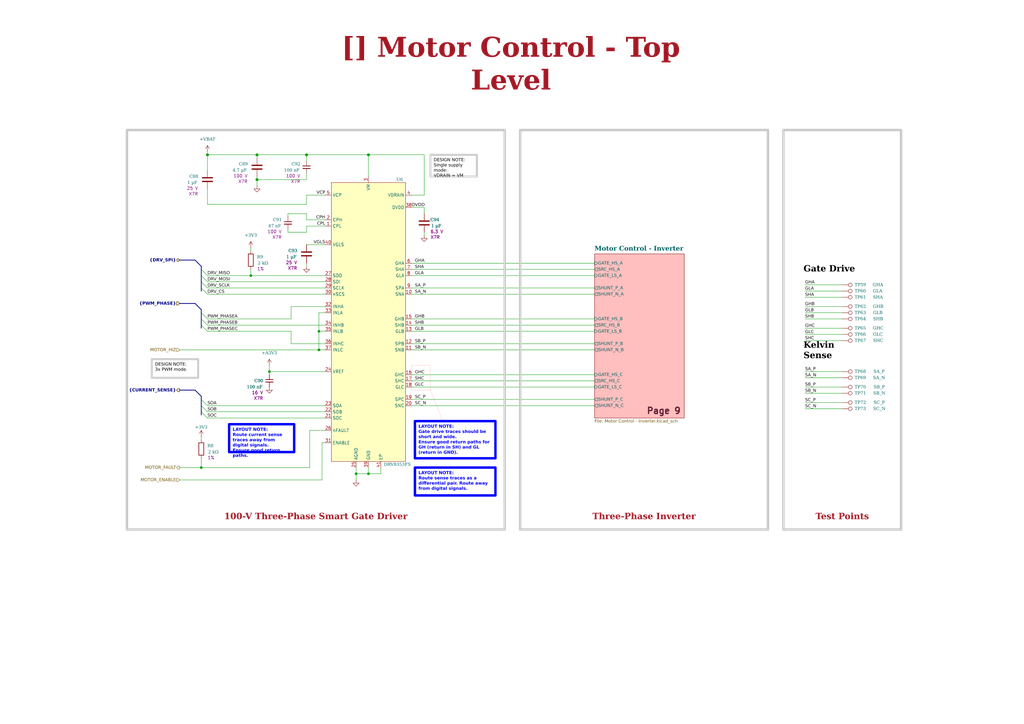
<source format=kicad_sch>
(kicad_sch (version 20231120) (generator "eeschema") (generator_version "8.0")
  (paper "A3")
  (title_block (title "Motor Control - Top Level") (date "2023-12-20") (rev "${REVISION}") (company "${COMPANY}"))
  (lib_symbols
    (symbol "0_motor_driver:DRV8353FS"
      (property "Reference" "U" (at -13.97 86.36 0))
      (property "Value" "DRV8353FS" (at 7.62 0 0))
      (symbol "DRV8353FS_1_1"
        (rectangle (start -15.24 95.25) (end 15.24 -19.05) (fill (type background)))
        (pin passive line (at -17.78 77.47 0) (length 2.54) (name "CPL") (number "1"))
        (pin input line (at 17.78 49.53 180) (length 2.54) (name "SNA") (number "10"))
        (pin input line (at 17.78 26.67 180) (length 2.54) (name "SNB") (number "11"))
        (pin input line (at 17.78 29.21 180) (length 2.54) (name "SPB") (number "12"))
        (pin output line (at 17.78 34.29 180) (length 2.54) (name "GLB") (number "13"))
        (pin input line (at 17.78 36.83 180) (length 2.54) (name "SHB") (number "14"))
        (pin output line (at 17.78 39.37 180) (length 2.54) (name "GHB") (number "15"))
        (pin output line (at 17.78 16.51 180) (length 2.54) (name "GHC") (number "16"))
        (pin input line (at 17.78 13.97 180) (length 2.54) (name "SHC") (number "17"))
        (pin output line (at 17.78 11.43 180) (length 2.54) (name "GLC") (number "18"))
        (pin input line (at 17.78 6.35 180) (length 2.54) (name "SPC") (number "19"))
        (pin passive line (at -17.78 80.01 0) (length 2.54) (name "CPH") (number "2"))
        (pin input line (at 17.78 3.81 180) (length 2.54) (name "SNC") (number "20"))
        (pin output line (at -17.78 -1.27 0) (length 2.54) (name "SOC") (number "21"))
        (pin output line (at -17.78 1.27 0) (length 2.54) (name "SOB") (number "22"))
        (pin output line (at -17.78 3.81 0) (length 2.54) (name "SOA") (number "23"))
        (pin power_in line (at -17.78 17.78 0) (length 2.54) (name "VREF") (number "24"))
        (pin power_in line (at -5.08 -21.59 90) (length 2.54) (name "AGND") (number "25"))
        (pin open_collector line (at -17.78 -6.35 0) (length 2.54) (name "nFAULT") (number "26"))
        (pin open_collector line (at -17.78 57.15 0) (length 2.54) (name "SDO") (number "27"))
        (pin input line (at -17.78 54.61 0) (length 2.54) (name "SDI") (number "28"))
        (pin input line (at -17.78 52.07 0) (length 2.54) (name "SCLK") (number "29"))
        (pin power_in line (at 0 97.79 270) (length 2.54) (name "VM") (number "3"))
        (pin input line (at -17.78 49.53 0) (length 2.54) (name "nSCS") (number "30"))
        (pin input line (at -17.78 -11.43 0) (length 2.54) (name "ENABLE") (number "31"))
        (pin input line (at -17.78 44.45 0) (length 2.54) (name "INHA") (number "32"))
        (pin input line (at -17.78 41.91 0) (length 2.54) (name "INLA") (number "33"))
        (pin input line (at -17.78 36.83 0) (length 2.54) (name "INHB") (number "34"))
        (pin input line (at -17.78 34.29 0) (length 2.54) (name "INLB") (number "35"))
        (pin input line (at -17.78 29.21 0) (length 2.54) (name "INHC") (number "36"))
        (pin input line (at -17.78 26.67 0) (length 2.54) (name "INLC") (number "37"))
        (pin power_out line (at 17.78 85.09 180) (length 2.54) (name "DVDD") (number "38"))
        (pin power_in line (at 0 -21.59 90) (length 2.54) (name "GND") (number "39"))
        (pin input line (at 17.78 90.17 180) (length 2.54) (name "VDRAIN") (number "4"))
        (pin passive line (at -17.78 69.85 0) (length 2.54) (name "VGLS") (number "40"))
        (pin passive line (at 5.08 -21.59 90) (length 2.54) (name "EP") (number "41"))
        (pin passive line (at -17.78 90.17 0) (length 2.54) (name "VCP") (number "5"))
        (pin output line (at 17.78 62.23 180) (length 2.54) (name "GHA") (number "6"))
        (pin input line (at 17.78 59.69 180) (length 2.54) (name "SHA") (number "7"))
        (pin output line (at 17.78 57.15 180) (length 2.54) (name "GLA") (number "8"))
        (pin input line (at 17.78 52.07 180) (length 2.54) (name "SPA") (number "9"))
      )
    )
    (symbol "0_power_symbols:+A3V3" (power) (pin_names (offset 0))
      (property "Value" "+A3V3" (at 0 3.556 0))
      (symbol "+A3V3_0_1"
        (polyline (pts (xy -0.762 1.27) (xy 0 2.54)))
        (polyline (pts (xy 0 0) (xy 0 2.54)))
        (polyline (pts (xy 0 2.54) (xy 0.762 1.27)))
      )
      (symbol "+A3V3_1_1"
        (pin power_in line (at 0 0 90) (length 0) hide (name "+A3V3") (number "1"))
      )
    )
    (symbol "0_power_symbols:+VBAT" (power) (pin_names (offset 0))
      (property "Value" "+VBAT" (at 0 3.556 0))
      (symbol "+VBAT_0_1"
        (polyline (pts (xy -0.762 1.27) (xy 0 2.54)))
        (polyline (pts (xy 0 0) (xy 0 2.54)))
        (polyline (pts (xy 0 2.54) (xy 0.762 1.27)))
      )
      (symbol "+VBAT_1_1"
        (pin power_in line (at 0 0 90) (length 0) hide (name "+VBAT") (number "1"))
      )
    )
    (symbol "Connector:TestPoint" (pin_numbers hide) (pin_names (offset 0.762) hide)
      (property "Reference" "TP" (at 0 6.858 0))
      (property "Value" "TestPoint" (at 0 5.08 0))
      (symbol "TestPoint_0_1"
        (circle (center 0 3.302) (radius 0.762))
      )
      (symbol "TestPoint_1_1"
        (pin passive line (at 0 0 90) (length 2.54) (name "1") (number "1"))
      )
    )
    (symbol "Device:C" (pin_numbers hide) (pin_names (offset 0.254))
      (property "Reference" "C" (at 0.635 2.54 0))
      (property "Value" "C" (at 0.635 -2.54 0))
      (symbol "C_0_1"
        (polyline (pts (xy -2.032 -0.762) (xy 2.032 -0.762)) (stroke (width 0.508)))
        (polyline (pts (xy -2.032 0.762) (xy 2.032 0.762)) (stroke (width 0.508)))
      )
      (symbol "C_1_1"
        (pin passive line (at 0 3.81 270) (length 2.794) (name "~") (number "1"))
        (pin passive line (at 0 -3.81 90) (length 2.794) (name "~") (number "2"))
      )
    )
    (symbol "Device:C_Small" (pin_numbers hide) (pin_names (offset 0.254) hide)
      (property "Reference" "C" (at 0.254 1.778 0))
      (property "Value" "C_Small" (at 0.254 -2.032 0))
      (symbol "C_Small_0_1"
        (polyline (pts (xy -1.524 -0.508) (xy 1.524 -0.508)) (stroke (width 0.3302)))
        (polyline (pts (xy -1.524 0.508) (xy 1.524 0.508)) (stroke (width 0.3048)))
      )
      (symbol "C_Small_1_1"
        (pin passive line (at 0 2.54 270) (length 2.032) (name "~") (number "1"))
        (pin passive line (at 0 -2.54 90) (length 2.032) (name "~") (number "2"))
      )
    )
    (symbol "Device:R" (pin_numbers hide) (pin_names (offset 0))
      (property "Reference" "R" (at 2.032 0 90))
      (property "Value" "R" (at 0 0 90))
      (symbol "R_0_1"
        (rectangle (start -1.016 -2.54) (end 1.016 2.54) (stroke (width 0.254)))
      )
      (symbol "R_1_1"
        (pin passive line (at 0 3.81 270) (length 1.27) (name "~") (number "1"))
        (pin passive line (at 0 -3.81 90) (length 1.27) (name "~") (number "2"))
      )
    )
    (symbol "power:+3V3" (power) (pin_names (offset 0))
      (property "Value" "+3V3" (at 0 3.556 0))
      (symbol "+3V3_0_1"
        (polyline (pts (xy -0.762 1.27) (xy 0 2.54)))
        (polyline (pts (xy 0 0) (xy 0 2.54)))
        (polyline (pts (xy 0 2.54) (xy 0.762 1.27)))
      )
      (symbol "+3V3_1_1"
        (pin power_in line (at 0 0 90) (length 0) hide (name "+3V3") (number "1"))
      )
    )
    (symbol "power:GND" (power) (pin_names (offset 0))
      (property "Value" "GND" (at 0 -3.81 0))
      (symbol "GND_0_1"
        (polyline (pts (xy 0 0) (xy 0 -1.27) (xy 1.27 -1.27) (xy 0 -2.54) (xy -1.27 -1.27) (xy 0 -1.27)))
      )
      (symbol "GND_1_1"
        (pin power_in line (at 0 0 270) (length 0) hide (name "GND") (number "1"))
      )
    )
  )
  (junction (at 105.41 73.66) (diameter 1.016))
  (junction (at 125.73 63.5) (diameter 1.016))
  (junction (at 105.41 63.5) (diameter 1.016))
  (junction (at 151.13 194.31))
  (junction (at 85.09 63.5) (diameter 1.016))
  (junction (at 151.13 63.5) (diameter 1.016))
  (junction (at 102.87 113.03))
  (junction (at 146.05 194.31))
  (junction (at 110.49 152.4))
  (junction (at 130.81 135.89))
  (junction (at 82.55 191.77))
  (junction (at 130.81 143.51))
  (bus_entry (at 85.09 118.11) (size -2.54 -2.54))
  (bus_entry (at 85.09 171.45) (size -2.54 -2.54))
  (bus_entry (at 85.09 135.89) (size -2.54 -2.54))
  (bus_entry (at 85.09 166.37) (size -2.54 -2.54))
  (bus_entry (at 85.09 120.65) (size -2.54 -2.54))
  (bus_entry (at 85.09 168.91) (size -2.54 -2.54))
  (bus_entry (at 85.09 115.57) (size -2.54 -2.54))
  (bus_entry (at 85.09 113.03) (size -2.54 -2.54))
  (bus_entry (at 85.09 133.35) (size -2.54 -2.54))
  (bus_entry (at 85.09 130.81) (size -2.54 -2.54))
  (wire (pts (xy 168.91 140.97) (xy 243.84 140.97)))
  (wire (pts (xy 118.11 87.63) (xy 125.73 87.63)))
  (bus (pts (xy 82.55 113.03) (xy 82.55 115.57)))
  (wire (pts (xy 151.13 63.5) (xy 173.99 63.5)))
  (wire (pts (xy 132.08 181.61) (xy 133.35 181.61)))
  (wire (pts (xy 85.09 166.37) (xy 133.35 166.37)))
  (wire (pts (xy 102.87 110.49) (xy 102.87 113.03)))
  (wire (pts (xy 85.09 133.35) (xy 133.35 133.35)))
  (wire (pts (xy 118.11 95.25) (xy 125.73 95.25)))
  (bus (pts (xy 80.01 106.68) (xy 73.66 106.68)))
  (wire (pts (xy 173.99 85.09) (xy 168.91 85.09)))
  (wire (pts (xy 85.09 135.89) (xy 119.38 135.89)))
  (wire (pts (xy 146.05 196.85) (xy 146.05 194.31)))
  (wire (pts (xy 146.05 194.31) (xy 151.13 194.31)))
  (bus (pts (xy 82.55 162.56) (xy 80.01 160.02)))
  (bus (pts (xy 82.55 133.35) (xy 82.55 134.62)))
  (wire (pts (xy 125.73 100.33) (xy 133.35 100.33)))
  (wire (pts (xy 173.99 95.25) (xy 173.99 96.52)))
  (wire (pts (xy 85.09 83.82) (xy 125.73 83.82)))
  (wire (pts (xy 330.2 130.81) (xy 345.44 130.81)))
  (wire (pts (xy 151.13 63.5) (xy 151.13 72.39)))
  (wire (pts (xy 110.49 152.4) (xy 110.49 153.67)))
  (wire (pts (xy 330.2 134.62) (xy 345.44 134.62)))
  (bus (pts (xy 82.55 127) (xy 80.01 124.46)))
  (bus (pts (xy 82.55 162.56) (xy 82.55 163.83)))
  (wire (pts (xy 133.35 140.97) (xy 119.38 140.97)))
  (wire (pts (xy 82.55 191.77) (xy 127 191.77)))
  (wire (pts (xy 330.2 125.73) (xy 345.44 125.73)))
  (bus (pts (xy 82.55 115.57) (xy 82.55 118.11)))
  (wire (pts (xy 125.73 95.25) (xy 125.73 92.71)))
  (bus (pts (xy 82.55 128.27) (xy 82.55 130.81)))
  (wire (pts (xy 168.91 133.35) (xy 243.84 133.35)))
  (wire (pts (xy 330.2 116.84) (xy 345.44 116.84)))
  (bus (pts (xy 82.55 110.49) (xy 82.55 113.03)))
  (wire (pts (xy 133.35 128.27) (xy 130.81 128.27)))
  (wire (pts (xy 330.2 119.38) (xy 345.44 119.38)))
  (wire (pts (xy 73.66 191.77) (xy 82.55 191.77)))
  (wire (pts (xy 168.91 120.65) (xy 243.84 120.65)))
  (wire (pts (xy 168.91 153.67) (xy 243.84 153.67)))
  (bus (pts (xy 82.55 118.11) (xy 82.55 119.38)))
  (wire (pts (xy 82.55 179.07) (xy 82.55 180.34)))
  (wire (pts (xy 130.81 143.51) (xy 133.35 143.51)))
  (wire (pts (xy 146.05 191.77) (xy 146.05 194.31)))
  (wire (pts (xy 82.55 187.96) (xy 82.55 191.77)))
  (wire (pts (xy 105.41 63.5) (xy 105.41 64.77)))
  (wire (pts (xy 132.08 196.85) (xy 132.08 181.61)))
  (wire (pts (xy 102.87 101.6) (xy 102.87 102.87)))
  (wire (pts (xy 125.73 80.01) (xy 133.35 80.01)))
  (wire (pts (xy 330.2 158.75) (xy 345.44 158.75)))
  (wire (pts (xy 125.73 73.66) (xy 125.73 71.12)))
  (wire (pts (xy 168.91 113.03) (xy 243.84 113.03)))
  (wire (pts (xy 125.73 83.82) (xy 125.73 80.01)))
  (wire (pts (xy 85.09 63.5) (xy 85.09 69.85)))
  (wire (pts (xy 168.91 130.81) (xy 243.84 130.81)))
  (wire (pts (xy 85.09 113.03) (xy 102.87 113.03)))
  (wire (pts (xy 119.38 140.97) (xy 119.38 135.89)))
  (wire (pts (xy 73.66 196.85) (xy 132.08 196.85)))
  (wire (pts (xy 330.2 121.92) (xy 345.44 121.92)))
  (wire (pts (xy 105.41 63.5) (xy 125.73 63.5)))
  (wire (pts (xy 73.66 143.51) (xy 130.81 143.51)))
  (wire (pts (xy 330.2 154.94) (xy 345.44 154.94)))
  (wire (pts (xy 85.09 171.45) (xy 133.35 171.45)))
  (wire (pts (xy 156.21 194.31) (xy 156.21 191.77)))
  (wire (pts (xy 151.13 194.31) (xy 151.13 191.77)))
  (wire (pts (xy 168.91 156.21) (xy 243.84 156.21)))
  (wire (pts (xy 85.09 62.23) (xy 85.09 63.5)))
  (wire (pts (xy 130.81 135.89) (xy 130.81 143.51)))
  (wire (pts (xy 168.91 107.95) (xy 243.84 107.95)))
  (wire (pts (xy 85.09 77.47) (xy 85.09 83.82)))
  (wire (pts (xy 168.91 166.37) (xy 243.84 166.37)))
  (wire (pts (xy 168.91 80.01) (xy 173.99 80.01)))
  (wire (pts (xy 130.81 128.27) (xy 130.81 135.89)))
  (wire (pts (xy 85.09 168.91) (xy 133.35 168.91)))
  (wire (pts (xy 168.91 110.49) (xy 243.84 110.49)))
  (wire (pts (xy 105.41 73.66) (xy 105.41 72.39)))
  (wire (pts (xy 85.09 120.65) (xy 133.35 120.65)))
  (bus (pts (xy 82.55 109.22) (xy 82.55 110.49)))
  (wire (pts (xy 330.2 137.16) (xy 345.44 137.16)))
  (wire (pts (xy 127 176.53) (xy 133.35 176.53)))
  (wire (pts (xy 119.38 125.73) (xy 133.35 125.73)))
  (bus (pts (xy 82.55 130.81) (xy 82.55 133.35)))
  (polyline (pts (xy 176.53 160.02) (xy 181.61 172.72)) (stroke (width 0) (type dot) (color 255 0 0 1)))
  (wire (pts (xy 110.49 152.4) (xy 133.35 152.4)))
  (wire (pts (xy 330.2 128.27) (xy 345.44 128.27)))
  (bus (pts (xy 82.55 109.22) (xy 80.01 106.68)))
  (wire (pts (xy 330.2 152.4) (xy 345.44 152.4)))
  (bus (pts (xy 80.01 160.02) (xy 73.66 160.02)))
  (wire (pts (xy 151.13 194.31) (xy 156.21 194.31)))
  (bus (pts (xy 82.55 166.37) (xy 82.55 168.91)))
  (wire (pts (xy 130.81 135.89) (xy 133.35 135.89)))
  (wire (pts (xy 168.91 158.75) (xy 243.84 158.75)))
  (wire (pts (xy 330.2 139.7) (xy 345.44 139.7)))
  (wire (pts (xy 105.41 73.66) (xy 105.41 76.2)))
  (wire (pts (xy 127 191.77) (xy 127 176.53)))
  (wire (pts (xy 168.91 143.51) (xy 243.84 143.51)))
  (wire (pts (xy 125.73 87.63) (xy 125.73 90.17)))
  (wire (pts (xy 125.73 90.17) (xy 133.35 90.17)))
  (wire (pts (xy 85.09 130.81) (xy 119.38 130.81)))
  (wire (pts (xy 168.91 163.83) (xy 243.84 163.83)))
  (wire (pts (xy 85.09 63.5) (xy 105.41 63.5)))
  (wire (pts (xy 173.99 87.63) (xy 173.99 85.09)))
  (wire (pts (xy 125.73 63.5) (xy 125.73 66.04)))
  (wire (pts (xy 118.11 93.98) (xy 118.11 95.25)))
  (wire (pts (xy 118.11 87.63) (xy 118.11 88.9)))
  (wire (pts (xy 125.73 63.5) (xy 151.13 63.5)))
  (wire (pts (xy 173.99 63.5) (xy 173.99 80.01)))
  (wire (pts (xy 168.91 135.89) (xy 243.84 135.89)))
  (wire (pts (xy 105.41 73.66) (xy 125.73 73.66)))
  (wire (pts (xy 119.38 130.81) (xy 119.38 125.73)))
  (wire (pts (xy 85.09 118.11) (xy 133.35 118.11)))
  (bus (pts (xy 82.55 168.91) (xy 82.55 170.18)))
  (wire (pts (xy 85.09 115.57) (xy 133.35 115.57)))
  (bus (pts (xy 82.55 163.83) (xy 82.55 166.37)))
  (wire (pts (xy 125.73 107.95) (xy 125.73 109.22)))
  (wire (pts (xy 330.2 161.29) (xy 345.44 161.29)))
  (bus (pts (xy 80.01 124.46) (xy 73.66 124.46)))
  (wire (pts (xy 330.2 167.64) (xy 345.44 167.64)))
  (wire (pts (xy 125.73 92.71) (xy 133.35 92.71)))
  (wire (pts (xy 330.2 165.1) (xy 345.44 165.1)))
  (wire (pts (xy 102.87 113.03) (xy 133.35 113.03)))
  (bus (pts (xy 82.55 127) (xy 82.55 128.27)))
  (wire (pts (xy 168.91 118.11) (xy 243.84 118.11)))
  (wire (pts (xy 110.49 149.86) (xy 110.49 152.4)))
  (rectangle (start 321.31 53.34) (end 369.57 217.17) (stroke (width 1) (color 200 200 200 1)))
  (rectangle (start 168.91 149.86) (end 176.53 160.02) (stroke (width 0) (type dot) (color 255 0 0 1)))
  (rectangle (start 52.07 53.34) (end 207.01 217.17) (stroke (width 1) (color 200 200 200 1)))
  (rectangle (start 213.36 53.34) (end 314.96 217.17) (stroke (width 1) (color 200 200 200 1)))
  (text_box "DESIGN NOTE:\n3x PWM mode." (at 62.23 147.32 0) (size 19.05 7.62) (stroke (width 0.8) (color 200 200 200 1)) (effects (font (size 1.27 1.27)) (justify left top)))
  (text_box "[${#}] ${TITLE}" (at 128.27 20.32 0) (size 162.56 12.7) (stroke (width -0.0001)) (effects (font (size 8 8) (thickness 1.2) (bold yes))))
  (text_box "LAYOUT NOTE:\nGate drive traces should be short and wide. \nEnsure good return paths for GH (return in SH) and GL (return in GND)." (at 170.18 172.72 0) (size 33.02 15.24) (stroke (width 1) (color 0 0 255 1)) (effects (font (size 1.27 1.27) (thickness 0.4) (bold yes)) (justify left top)))
  (text_box "Test Points" (at 322.58 205.74 0) (size 45.72 9.525) (stroke (width -0.0001)) (effects (font (size 2.54 2.54) (thickness 0.508) (bold yes)) (justify bottom)))
  (text_box "LAYOUT NOTE:\nRoute sense traces as a differential pair. Route away from digital signals." (at 170.18 191.77 0) (size 33.02 11.43) (stroke (width 1) (color 0 0 255 1)) (effects (font (size 1.27 1.27) (thickness 0.4) (bold yes)) (justify left top)))
  (text_box "DESIGN NOTE:\nSingle supply mode:\nVDRAIN = VM" (at 176.53 63.5 0) (size 19.05 8.89) (stroke (width 0.8) (color 200 200 200 1)) (effects (font (size 1.27 1.27)) (justify left top)))
  (text_box "Gate Drive" (at 327.66 106.68 0) (size 33.02 6.985) (stroke (width -0.0001)) (effects (font (size 2.54 2.54) (thickness 0.508) (bold yes)) (justify left bottom)))
  (text_box "LAYOUT NOTE:\nRoute current sense traces away from digital signals.\nEnsure good return paths." (at 93.98 173.99 0) (size 26.67 11.43) (stroke (width 1) (color 0 0 255 1)) (effects (font (size 1.27 1.27) (thickness 0.4) (bold yes)) (justify left top)))
  (text_box "Three-Phase Inverter" (at 215.9 205.74 0) (size 96.52 9.525) (stroke (width -0.0001)) (effects (font (size 2.54 2.54) (thickness 0.508) (bold yes)) (justify bottom)))
  (text_box "100-V Three-Phase Smart Gate Driver" (at 53.34 205.74 0) (size 152.4 9.525) (stroke (width -0.0001)) (effects (font (size 2.54 2.54) (thickness 0.508) (bold yes)) (justify bottom)))
  (text_box "Kelvin Sense" (at 327.66 142.24 0) (size 27.94 6.985) (stroke (width -0.0001)) (effects (font (size 2.54 2.54) (thickness 0.508) (bold yes)) (justify left bottom)))
  (text "Page 9" (at 279.4 170.18 0) (effects (font (size 2.54 2.54) (bold yes)) (justify right bottom)))
  (label "SHB" (at 330.2 130.81 0))
  (label "DRV_MOSI" (at 85.09 115.57 0))
  (label "SB_P" (at 170.18 140.97 0))
  (label "PWM_PHASEA" (at 85.09 130.81 0))
  (label "SHA" (at 170.18 110.49 0))
  (label "SOA" (at 85.09 166.37 0))
  (label "DRV_CS" (at 85.09 120.65 0))
  (label "GLB" (at 330.2 128.27 0))
  (label "GLA" (at 170.18 113.03 0))
  (label "PWM_PHASEB" (at 85.09 133.35 0))
  (label "GLC" (at 170.18 158.75 0))
  (label "SB_N" (at 170.18 143.51 0))
  (label "GLB" (at 170.18 135.89 0))
  (label "GHC" (at 170.18 153.67 0))
  (label "SB_P" (at 330.2 158.75 0))
  (label "CPL" (at 133.35 92.71 180))
  (label "DVDD" (at 168.91 85.09 0))
  (label "SA_P" (at 170.18 118.11 0))
  (label "SA_N" (at 330.2 154.94 0))
  (label "CPH" (at 133.35 90.17 180))
  (label "GHB" (at 330.2 125.73 0))
  (label "SC_N" (at 330.2 167.64 0))
  (label "SC_P" (at 170.18 163.83 0))
  (label "SA_P" (at 330.2 152.4 0))
  (label "GHA" (at 330.2 116.84 0))
  (label "VGLS" (at 133.35 100.33 180))
  (label "DRV_MISO" (at 85.09 113.03 0))
  (label "SA_N" (at 170.18 120.65 0))
  (label "SOC" (at 85.09 171.45 0))
  (label "PWM_PHASEC" (at 85.09 135.89 0))
  (label "SOB" (at 85.09 168.91 0))
  (label "GLA" (at 330.2 119.38 0))
  (label "SHC" (at 170.18 156.21 0))
  (label "SHA" (at 330.2 121.92 0))
  (label "GHA" (at 170.18 107.95 0))
  (label "VCP" (at 133.35 80.01 180))
  (label "GHC" (at 330.2 134.62 0))
  (label "SHB" (at 170.18 133.35 0))
  (label "SC_N" (at 170.18 166.37 0))
  (label "SB_N" (at 330.2 161.29 0))
  (label "DRV_SCLK" (at 85.09 118.11 0))
  (label "GLC" (at 330.2 137.16 0))
  (label "SHC" (at 330.2 139.7 0))
  (label "SC_P" (at 330.2 165.1 0))
  (label "GHB" (at 170.18 130.81 0))
  (hierarchical_label "MOTOR_HIZ" (shape input) (at 73.66 143.51 180))
  (hierarchical_label "{PWM_PHASE}" (shape input) (at 73.66 124.46 180) (effects (font (bold yes))))
  (hierarchical_label "MOTOR_ENABLE" (shape input) (at 73.66 196.85 180))
  (hierarchical_label "{DRV_SPI}" (shape bidirectional) (at 73.66 106.68 180) (effects (font (bold yes))))
  (hierarchical_label "MOTOR_FAULT" (shape output) (at 73.66 191.77 180))
  (hierarchical_label "{CURRENT_SENSE}" (shape output) (at 73.66 160.02 180) (effects (font (bold yes))))
  (symbol (lib_id "Connector:TestPoint") (at 345.44 128.27 270) (unit 1) (in_bom no)
    (property "Reference" "TP63" (at 350.52 128.27 90) (effects (justify left)))
    (property "Value" "GLB" (at 358.14 128.27 90) (effects (justify left)))
    (property "Footprint" "0_testpoint:TestPoint_Pad_D0.4mm" (effects (hide yes)))
    (instances (project "pcb2blender_tmp" (path "" (reference "TP63") (unit 1)) (path "" (reference "TP1") (unit 1))))
  )
  (symbol (lib_id "power:GND") (at 125.73 109.22 0) (unit 1)
    (property "Reference" "#PWR032" (effects (hide yes)))
    (property "Value" "GND" (effects (hide yes)))
  )
  (symbol (lib_id "Connector:TestPoint") (at 345.44 154.94 270) (unit 1) (in_bom no)
    (property "Reference" "TP69" (at 350.52 154.94 90) (effects (justify left)))
    (property "Value" "SA_N" (at 358.14 154.94 90) (effects (justify left)))
    (property "Footprint" "0_testpoint:TestPoint_Pad_D0.5mm" (effects (hide yes)))
    (instances (project "pcb2blender_tmp" (path "" (reference "TP69") (unit 1)) (path "" (reference "TP1") (unit 1))))
  )
  (symbol (lib_id "0_power_symbols:+VBAT") (at 85.09 62.23 0) (unit 1)
    (property "Reference" "#PWR027" (effects (hide yes)))
    (property "Value" "+VBAT" (at 85.09 57.15 0))
  )
  (symbol (lib_id "Device:C_Small") (at 110.49 156.21 0) (mirror y) (unit 1)
    (property "Reference" "C90" (at 107.95 156.21 0) (effects (justify left)))
    (property "Value" "100 nF" (at 107.95 158.75 0) (effects (justify left)))
    (property "Footprint" "0_capacitor_smd:C_0402_1005_DensityHigh" (effects (hide yes)))
    (property "Datasheet" "https://search.murata.co.jp/Ceramy/image/img/A01X/G101/ENG/GCM155R71C104KA55-01.pdf" (effects (hide yes)))
    (property "Description" "0.1 µF ±10% 16V Ceramic Capacitor X7R 0402 (1005 Metric)" (effects (hide yes)))
    (property "Supplier 1" "Digikey" (effects (hide yes)))
    (property "Supplier Part Number 1" "490-4759-1-ND" (effects (hide yes)))
    (property "manf" "Murata Electronics" (effects (hide yes)))
    (property "manf#" "GCM155R71C104KA55D" (effects (hide yes)))
    (property "Manufacturer" "Murata Electronics" (effects (hide yes)))
    (property "Manufacturer Part Number" "GCM155R71C104KA55D" (effects (hide yes)))
    (property "voltage" "16 V" (at 107.95 161.036 0) (effects (justify left)))
    (property "temp_coef" "X7R" (at 107.95 163.322 0) (effects (justify left)))
  )
  (symbol (lib_id "Connector:TestPoint") (at 345.44 165.1 270) (unit 1) (in_bom no)
    (property "Reference" "TP72" (at 350.52 165.1 90) (effects (justify left)))
    (property "Value" "SC_P" (at 358.14 165.1 90) (effects (justify left)))
    (property "Footprint" "0_testpoint:TestPoint_Pad_D0.5mm" (effects (hide yes)))
    (instances (project "pcb2blender_tmp" (path "" (reference "TP72") (unit 1)) (path "" (reference "TP1") (unit 1))))
  )
  (symbol (lib_id "0_power_symbols:+A3V3") (at 110.49 149.86 0) (unit 1)
    (property "Reference" "#PWR030" (effects (hide yes)))
    (property "Value" "+A3V3" (at 110.49 144.78 0))
  )
  (symbol (lib_id "Device:C_Small") (at 125.73 68.58 0) (mirror y) (unit 1)
    (property "Reference" "C92" (at 123.19 67.31 0) (effects (justify left)))
    (property "Value" "100 nF" (at 123.19 69.85 0) (effects (justify left)))
    (property "Footprint" "0_capacitor_smd:C_0603_1608_DensityHigh" (effects (hide yes)))
    (property "Datasheet" "https://mm.digikey.com/Volume0/opasdata/d220001/medias/docus/21/HMK107B7104KAHT_SS.pdf" (effects (hide yes)))
    (property "Description" "0.1 µF ±10% 100V Ceramic Capacitor X7R 0603 (1608 Metric)" (effects (hide yes)))
    (property "Supplier 1" "Digikey" (effects (hide yes)))
    (property "Supplier Part Number 1" "587-6009-1-ND" (effects (hide yes)))
    (property "manf" "Taiyo Yuden" (effects (hide yes)))
    (property "manf#" "HMK107B7104KAHT" (effects (hide yes)))
    (property "Manufacturer" "Taiyo Yuden" (effects (hide yes)))
    (property "Manufacturer Part Number" "HMK107B7104KAHT" (effects (hide yes)))
    (property "voltage" "100 V" (at 123.19 72.136 0) (effects (justify left)))
    (property "temp_coef" "X7R" (at 123.19 74.422 0) (effects (justify left)))
  )
  (symbol (lib_id "Device:C") (at 125.73 104.14 0) (mirror y) (unit 1)
    (property "Reference" "C93" (at 121.92 102.87 0) (effects (justify left)))
    (property "Value" "1 µF" (at 121.92 105.41 0) (effects (justify left)))
    (property "Footprint" "0_capacitor_smd:C_0603_1608_DensityHigh" (effects (hide yes)))
    (property "Datasheet" "https://mm.digikey.com/Volume0/opasdata/d220001/medias/docus/2146/TMK107AB7105KAHT_SS.pdf" (effects (hide yes)))
    (property "Description" "1 µF ±10% 25V Ceramic Capacitor X7R 0603 (1608 Metric)" (effects (hide yes)))
    (property "Supplier 1" "Digikey" (effects (hide yes)))
    (property "Supplier Part Number 1" "587-3467-1-ND" (effects (hide yes)))
    (property "manf" "Taiyo Yuden" (effects (hide yes)))
    (property "manf#" "TMK107AB7105KAHT" (effects (hide yes)))
    (property "Manufacturer" "Taiyo Yuden" (effects (hide yes)))
    (property "Manufacturer Part Number" "TMK107AB7105KAHT" (effects (hide yes)))
    (property "voltage" "25 V" (at 121.92 107.696 0) (effects (justify left)))
    (property "temp_coef" "X7R" (at 121.92 109.982 0) (effects (justify left)))
  )
  (symbol (lib_id "power:GND") (at 146.05 196.85 0) (unit 1)
    (property "Reference" "#PWR033" (effects (hide yes)))
    (property "Value" "GND" (effects (hide yes)))
  )
  (symbol (lib_id "power:GND") (at 110.49 158.75 0) (unit 1)
    (property "Reference" "#PWR031" (effects (hide yes)))
    (property "Value" "GND" (effects (hide yes)))
  )
  (symbol (lib_id "Device:C") (at 105.41 68.58 0) (mirror y) (unit 1)
    (property "Reference" "C89" (at 101.6 67.31 0) (effects (justify left)))
    (property "Value" "4.7 µF" (at 101.6 69.85 0) (effects (justify left)))
    (property "Footprint" "0_capacitor_smd:C_1206_3216_DensityHighest" (effects (hide yes)))
    (property "Datasheet" "https://search.murata.co.jp/Ceramy/image/img/A01X/G101/ENG/GRJ31CZ72A475KE01-01.pdf" (effects (hide yes)))
    (property "Description" "4.7 µF ±10% 100V Ceramic Capacitor X7R 1206 (3216 Metric)" (effects (hide yes)))
    (property "Supplier 1" "Digikey" (effects (hide yes)))
    (property "Supplier Part Number 1" "490-GRJ31CZ72A475KE01LCT-ND" (effects (hide yes)))
    (property "manf" "Murata Electronics" (effects (hide yes)))
    (property "manf#" "GRJ31CZ72A475KE01L" (effects (hide yes)))
    (property "Manufacturer" "Murata Electronics" (effects (hide yes)))
    (property "Manufacturer Part Number" "GRJ31CZ72A475KE01L" (effects (hide yes)))
    (property "voltage" "100 V" (at 101.6 72.136 0) (effects (justify left)))
    (property "temp_coef" "X7R" (at 101.6 74.422 0) (effects (justify left)))
  )
  (symbol (lib_id "Connector:TestPoint") (at 345.44 167.64 270) (unit 1) (in_bom no)
    (property "Reference" "TP73" (at 350.52 167.64 90) (effects (justify left)))
    (property "Value" "SC_N" (at 358.14 167.64 90) (effects (justify left)))
    (property "Footprint" "0_testpoint:TestPoint_Pad_D0.5mm" (effects (hide yes)))
    (instances (project "pcb2blender_tmp" (path "" (reference "TP73") (unit 1)) (path "" (reference "TP1") (unit 1))))
  )
  (symbol (lib_id "Device:C") (at 173.99 91.44 0) (unit 1)
    (property "Reference" "C94" (at 176.53 90.17 0) (effects (justify left)))
    (property "Value" "1 µF" (at 176.53 92.71 0) (effects (justify left)))
    (property "Footprint" "0_capacitor_smd:C_0402_1005_DensityHigh" (effects (hide yes)))
    (property "Datasheet" "https://search.murata.co.jp/Ceramy/image/img/A01X/G101/ENG/GRT155R70J105KE01-01.pdf" (effects (hide yes)))
    (property "Description" "1 µF ±10% 6.3V Ceramic Capacitor X7R 0402 (1005 Metric)" (effects (hide yes)))
    (property "Supplier 1" "Digikey" (effects (hide yes)))
    (property "Supplier Part Number 1" "490-18216-1-ND" (effects (hide yes)))
    (property "manf" "Murata Electronics" (effects (hide yes)))
    (property "manf#" "GRT155R70J105KE01D" (effects (hide yes)))
    (property "Manufacturer" "Murata Electronics" (effects (hide yes)))
    (property "Manufacturer Part Number" "GRT155R70J105KE01D" (effects (hide yes)))
    (property "voltage" "6.3 V" (at 176.53 94.996 0) (effects (justify left)))
    (property "temp_coef" "X7R" (at 176.53 97.282 0) (effects (justify left)))
  )
  (symbol (lib_id "Device:R") (at 82.55 184.15 0) (unit 1)
    (property "Reference" "R8" (at 85.09 182.88 0) (effects (justify left)))
    (property "Value" "2 kΩ" (at 85.09 185.42 0) (effects (justify left)))
    (property "Footprint" "0_resistor_smd:R_0402_1005_DensityHigh" (effects (hide yes)))
    (property "Datasheet" "https://industrial.panasonic.com/cdbs/www-data/pdf/RDA0000/AOA0000C304.pdf" (effects (hide yes)))
    (property "Description" "2 kOhms ±1% 0.1W, 1/10W Chip Resistor 0402 (1005 Metric) Automotive AEC-Q200 Thick Film" (effects (hide yes)))
    (property "Supplier 1" "Digikey" (effects (hide yes)))
    (property "Supplier Part Number 1" "P2.00KLCT-ND" (effects (hide yes)))
    (property "manf" "Vishay" (effects (hide yes)))
    (property "manf#" "ERJ-2RKF2001X" (effects (hide yes)))
    (property "Manufacturer" "Vishay" (effects (hide yes)))
    (property "Manufacturer Part Number" "ERJ-2RKF2001X" (effects (hide yes)))
    (property "tolerance" "1%" (at 85.09 187.706 0) (effects (justify left)))
  )
  (symbol (lib_id "Connector:TestPoint") (at 345.44 137.16 270) (unit 1) (in_bom no)
    (property "Reference" "TP66" (at 350.52 137.16 90) (effects (justify left)))
    (property "Value" "GLC" (at 358.14 137.16 90) (effects (justify left)))
    (property "Footprint" "0_testpoint:TestPoint_Pad_D0.4mm" (effects (hide yes)))
    (instances (project "pcb2blender_tmp" (path "" (reference "TP66") (unit 1)) (path "" (reference "TP1") (unit 1))))
  )
  (symbol (lib_id "Device:C") (at 85.09 73.66 0) (mirror y) (unit 1)
    (property "Reference" "C88" (at 81.28 72.39 0) (effects (justify left)))
    (property "Value" "1 µF" (at 81.28 74.93 0) (effects (justify left)))
    (property "Footprint" "0_capacitor_smd:C_0603_1608_DensityHigh" (effects (hide yes)))
    (property "Datasheet" "https://mm.digikey.com/Volume0/opasdata/d220001/medias/docus/2146/TMK107AB7105KAHT_SS.pdf" (effects (hide yes)))
    (property "Description" "1 µF ±10% 25V Ceramic Capacitor X7R 0603 (1608 Metric)" (effects (hide yes)))
    (property "Supplier 1" "Digikey" (effects (hide yes)))
    (property "Supplier Part Number 1" "587-3467-1-ND" (effects (hide yes)))
    (property "manf" "Taiyo Yuden" (effects (hide yes)))
    (property "manf#" "TMK107AB7105KAHT" (effects (hide yes)))
    (property "Manufacturer" "Taiyo Yuden" (effects (hide yes)))
    (property "Manufacturer Part Number" "TMK107AB7105KAHT" (effects (hide yes)))
    (property "voltage" "25 V" (at 81.28 77.21600000000001 0) (effects (justify left)))
    (property "temp_coef" "X7R" (at 81.28 79.50200000000001 0) (effects (justify left)))
  )
  (symbol (lib_id "power:+3V3") (at 102.87 101.6 0) (unit 1)
    (property "Reference" "#PWR028" (effects (hide yes)))
    (property "Value" "+3V3" (at 102.87 96.52 0))
  )
  (symbol (lib_id "Device:C_Small") (at 118.11 91.44 0) (mirror y) (unit 1)
    (property "Reference" "C91" (at 115.57 90.17 0) (effects (justify left)))
    (property "Value" "47 nF" (at 115.57 92.71 0) (effects (justify left)))
    (property "Footprint" "0_capacitor_smd:C_0603_1608_DensityHigh" (effects (hide yes)))
    (property "Datasheet" "https://connect.kemet.com:7667/gateway/IntelliData-ComponentDocumentation/1.0/download/datasheet/C0603C473K1RECAUTO" (effects (hide yes)))
    (property "Description" "0.047 µF ±10% 100V Ceramic Capacitor X7R 0603 (1608 Metric)" (effects (hide yes)))
    (property "Supplier 1" "Digikey" (effects (hide yes)))
    (property "Supplier Part Number 1" "399-14764-1-ND" (effects (hide yes)))
    (property "manf" "KEMET" (effects (hide yes)))
    (property "manf#" "C0603C473K1RECAUTO" (effects (hide yes)))
    (property "Manufacturer" "KEMET" (effects (hide yes)))
    (property "Manufacturer Part Number" "C0603C473K1RECAUTO" (effects (hide yes)))
    (property "voltage" "100 V" (at 115.57 94.996 0) (effects (justify left)))
    (property "temp_coef" "X7R" (at 115.57 97.282 0) (effects (justify left)))
  )
  (symbol (lib_id "power:GND") (at 173.99 96.52 0) (unit 1)
    (property "Reference" "#PWR034" (effects (hide yes)))
    (property "Value" "GND" (effects (hide yes)))
  )
  (symbol (lib_id "Connector:TestPoint") (at 345.44 134.62 270) (unit 1) (in_bom no)
    (property "Reference" "TP65" (at 350.52 134.62 90) (effects (justify left)))
    (property "Value" "GHC" (at 358.14 134.62 90) (effects (justify left)))
    (property "Footprint" "0_testpoint:TestPoint_Pad_D0.4mm" (effects (hide yes)))
    (instances (project "pcb2blender_tmp" (path "" (reference "TP65") (unit 1)) (path "" (reference "TP1") (unit 1))))
  )
  (symbol (lib_id "Connector:TestPoint") (at 345.44 119.38 270) (unit 1) (in_bom no)
    (property "Reference" "TP60" (at 350.52 119.38 90) (effects (justify left)))
    (property "Value" "GLA" (at 358.14 119.38 90) (effects (justify left)))
    (property "Footprint" "0_testpoint:TestPoint_Pad_D0.4mm" (effects (hide yes)))
    (instances (project "pcb2blender_tmp" (path "" (reference "TP60") (unit 1)) (path "" (reference "TP1") (unit 1))))
  )
  (symbol (lib_id "Connector:TestPoint") (at 345.44 161.29 270) (unit 1) (in_bom no)
    (property "Reference" "TP71" (at 350.52 161.29 90) (effects (justify left)))
    (property "Value" "SB_N" (at 358.14 161.29 90) (effects (justify left)))
    (property "Footprint" "0_testpoint:TestPoint_Pad_D0.5mm" (effects (hide yes)))
    (instances (project "pcb2blender_tmp" (path "" (reference "TP71") (unit 1)) (path "" (reference "TP1") (unit 1))))
  )
  (symbol (lib_id "0_motor_driver:DRV8353FS") (at 151.13 170.18 0) (unit 1)
    (property "Reference" "U6" (at 162.56 73.66 0) (effects (justify left)))
    (property "Value" "DRV8353FS" (at 157.48 190.5 0) (effects (justify left)))
    (property "Footprint" "0_package_DFN_QFN:WQFN-40-1EP_6x6mm_P0.5mm_EP4.15x4.15mm_ThermalVias" (effects (hide yes)))
    (property "Datasheet" "https://www.ti.com/lit/ds/symlink/drv8353f.pdf" (effects (hide yes)))
    (property "Description" "DRV835xF 100-V Three-Phase Smart Gate Driver" (effects (hide yes)))
    (property "Supplier 1" "Digikey" (effects (hide yes)))
    (property "Supplier Part Number 1" "296-DRV8353FSRTARCT-ND" (effects (hide yes)))
    (property "manf" "Texas Instruments" (effects (hide yes)))
    (property "manf#" "DRV8353FSRTAR" (effects (hide yes)))
    (property "Manufacturer" "Texas Instruments" (effects (hide yes)))
    (property "Manufacturer Part Number" "DRV8353FSRTAR" (effects (hide yes)))
  )
  (symbol (lib_id "power:+3V3") (at 82.55 179.07 0) (unit 1)
    (property "Reference" "#PWR026" (effects (hide yes)))
    (property "Value" "+3V3" (at 82.55 175.26 0))
  )
  (symbol (lib_id "Connector:TestPoint") (at 345.44 125.73 270) (unit 1) (in_bom no)
    (property "Reference" "TP62" (at 350.52 125.73 90) (effects (justify left)))
    (property "Value" "GHB" (at 358.14 125.73 90) (effects (justify left)))
    (property "Footprint" "0_testpoint:TestPoint_Pad_D0.4mm" (effects (hide yes)))
    (instances (project "pcb2blender_tmp" (path "" (reference "TP62") (unit 1)) (path "" (reference "TP1") (unit 1))))
  )
  (symbol (lib_id "Connector:TestPoint") (at 345.44 152.4 270) (unit 1) (in_bom no)
    (property "Reference" "TP68" (at 350.52 152.4 90) (effects (justify left)))
    (property "Value" "SA_P" (at 358.14 152.4 90) (effects (justify left)))
    (property "Footprint" "0_testpoint:TestPoint_Pad_D0.5mm" (effects (hide yes)))
    (instances (project "pcb2blender_tmp" (path "" (reference "TP68") (unit 1)) (path "" (reference "TP1") (unit 1))))
  )
  (symbol (lib_id "Device:R") (at 102.87 106.68 0) (unit 1)
    (property "Reference" "R9" (at 105.41 105.41 0) (effects (justify left)))
    (property "Value" "2 kΩ" (at 105.41 107.95 0) (effects (justify left)))
    (property "Footprint" "0_resistor_smd:R_0402_1005_DensityHigh" (effects (hide yes)))
    (property "Datasheet" "https://industrial.panasonic.com/cdbs/www-data/pdf/RDA0000/AOA0000C304.pdf" (effects (hide yes)))
    (property "Description" "2 kOhms ±1% 0.1W, 1/10W Chip Resistor 0402 (1005 Metric) Automotive AEC-Q200 Thick Film" (effects (hide yes)))
    (property "Supplier 1" "Digikey" (effects (hide yes)))
    (property "Supplier Part Number 1" "P2.00KLCT-ND" (effects (hide yes)))
    (property "manf" "Vishay" (effects (hide yes)))
    (property "manf#" "ERJ-2RKF2001X" (effects (hide yes)))
    (property "Manufacturer" "Vishay" (effects (hide yes)))
    (property "Manufacturer Part Number" "ERJ-2RKF2001X" (effects (hide yes)))
    (property "tolerance" "1%" (at 105.41 110.236 0) (effects (justify left)))
  )
  (symbol (lib_id "Connector:TestPoint") (at 345.44 116.84 270) (unit 1) (in_bom no)
    (property "Reference" "TP59" (at 350.52 116.84 90) (effects (justify left)))
    (property "Value" "GHA" (at 358.14 116.84 90) (effects (justify left)))
    (property "Footprint" "0_testpoint:TestPoint_Pad_D0.4mm" (effects (hide yes)))
    (instances (project "pcb2blender_tmp" (path "" (reference "TP59") (unit 1)) (path "" (reference "TP1") (unit 1))))
  )
  (symbol (lib_id "Connector:TestPoint") (at 345.44 158.75 270) (unit 1) (in_bom no)
    (property "Reference" "TP70" (at 350.52 158.75 90) (effects (justify left)))
    (property "Value" "SB_P" (at 358.14 158.75 90) (effects (justify left)))
    (property "Footprint" "0_testpoint:TestPoint_Pad_D0.5mm" (effects (hide yes)))
    (instances (project "pcb2blender_tmp" (path "" (reference "TP70") (unit 1)) (path "" (reference "TP1") (unit 1))))
  )
  (symbol (lib_id "power:GND") (at 105.41 76.2 0) (unit 1)
    (property "Reference" "#PWR029" (effects (hide yes)))
    (property "Value" "GND" (effects (hide yes)))
  )
  (symbol (lib_id "Connector:TestPoint") (at 345.44 130.81 270) (unit 1) (in_bom no)
    (property "Reference" "TP64" (at 350.52 130.81 90) (effects (justify left)))
    (property "Value" "SHB" (at 358.14 130.81 90) (effects (justify left)))
    (property "Footprint" "0_testpoint:TestPoint_Pad_D0.4mm" (effects (hide yes)))
    (instances (project "pcb2blender_tmp" (path "" (reference "TP64") (unit 1)) (path "" (reference "TP1") (unit 1))))
  )
  (symbol (lib_id "Connector:TestPoint") (at 345.44 139.7 270) (unit 1) (in_bom no)
    (property "Reference" "TP67" (at 350.52 139.7 90) (effects (justify left)))
    (property "Value" "SHC" (at 358.14 139.7 90) (effects (justify left)))
    (property "Footprint" "0_testpoint:TestPoint_Pad_D0.4mm" (effects (hide yes)))
    (instances (project "pcb2blender_tmp" (path "" (reference "TP67") (unit 1)) (path "" (reference "TP1") (unit 1))))
  )
  (symbol (lib_id "Connector:TestPoint") (at 345.44 121.92 270) (unit 1) (in_bom no)
    (property "Reference" "TP61" (at 350.52 121.92 90) (effects (justify left)))
    (property "Value" "SHA" (at 358.14 121.92 90) (effects (justify left)))
    (property "Footprint" "0_testpoint:TestPoint_Pad_D0.4mm" (effects (hide yes)))
    (instances (project "pcb2blender_tmp" (path "" (reference "TP61") (unit 1)) (path "" (reference "TP1") (unit 1))))
  )
  (sheet (at 243.84 104.14) (size 36.83 67.31) (stroke (width 0.1524)) (fill (color 255 128 128 0.5))
    (property "Sheetname" "Motor Control - Inverter" (at 243.84 103.1109 0) (effects (font (size 1.905 1.905) (bold yes)) (justify left bottom)))
    (property "Sheetfile" "Motor Control - Inverter.kicad_sch" (at 243.84 172.0346 0) (effects (justify left top)))
    (pin "GATE_HS_C" input (at 243.84 153.67 180))
    (pin "SRC_HS_C" output (at 243.84 156.21 180))
    (pin "GATE_LS_C" input (at 243.84 158.75 180))
    (pin "SHUNT_P_C" output (at 243.84 163.83 180))
    (pin "SHUNT_N_C" output (at 243.84 166.37 180))
    (pin "SRC_HS_B" output (at 243.84 133.35 180))
    (pin "SHUNT_P_B" output (at 243.84 140.97 180))
    (pin "SHUNT_N_B" output (at 243.84 143.51 180))
    (pin "GATE_HS_B" input (at 243.84 130.81 180))
    (pin "SRC_HS_A" output (at 243.84 110.49 180))
    (pin "GATE_LS_A" input (at 243.84 113.03 180))
    (pin "GATE_HS_A" input (at 243.84 107.95 180))
    (pin "SHUNT_P_A" output (at 243.84 118.11 180))
    (pin "SHUNT_N_A" output (at 243.84 120.65 180))
    (pin "GATE_LS_B" input (at 243.84 135.89 180))
  )
)
</source>
